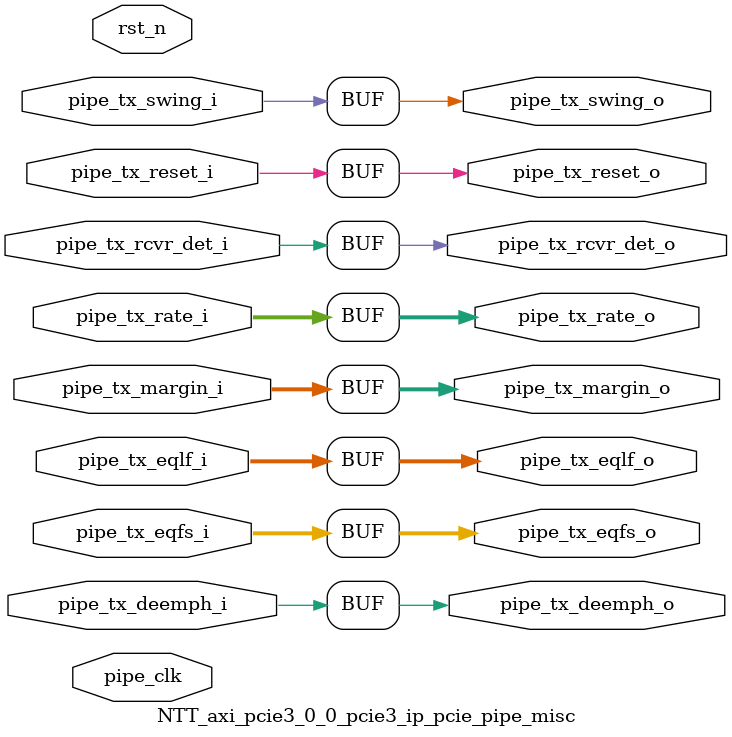
<source format=v>

`timescale 1ps/1ps

module NTT_axi_pcie3_0_0_pcie3_ip_pcie_pipe_misc #
(
  parameter        TCQ = 100,
  parameter        PIPE_PIPELINE_STAGES = 0    // 0 - 0 stages, 1 - 1 stage, 2 - 2 stages
) (

  input   wire        pipe_tx_rcvr_det_i      ,     // PIPE Tx Receiver Detect
  input   wire        pipe_tx_reset_i         ,     // PIPE Tx Reset
  input   wire [1:0]  pipe_tx_rate_i          ,     // PIPE Tx Rate
  input   wire        pipe_tx_deemph_i        ,     // PIPE Tx Deemphasis
  input   wire [2:0]  pipe_tx_margin_i        ,     // PIPE Tx Margin
  input   wire        pipe_tx_swing_i         ,     // PIPE Tx Swing
  input   wire [5:0]  pipe_tx_eqfs_i          ,     // PIPE Tx
  input   wire [5:0]  pipe_tx_eqlf_i          ,     // PIPE Tx
  output  wire        pipe_tx_rcvr_det_o      ,     // Pipelined PIPE Tx Receiver Detect
  output  wire        pipe_tx_reset_o         ,     // Pipelined PIPE Tx Reset
  output  wire [1:0]  pipe_tx_rate_o          ,     // Pipelined PIPE Tx Rate
  output  wire        pipe_tx_deemph_o        ,     // Pipelined PIPE Tx Deemphasis
  output  wire [2:0]  pipe_tx_margin_o        ,     // Pipelined PIPE Tx Margin
  output  wire        pipe_tx_swing_o         ,     // Pipelined PIPE Tx Swing
  output wire [5:0]  pipe_tx_eqfs_o           ,     // PIPE Tx
  output wire [5:0]  pipe_tx_eqlf_o           ,     // PIPE Tx

  input   wire        pipe_clk                ,     // PIPE Clock
  input   wire        rst_n                         // Reset
);

  //******************************************************************//
  // Reality check.                                                   //
  //******************************************************************//

  reg                pipe_tx_rcvr_det_q       ;
  reg                pipe_tx_reset_q          ;
  reg [1:0]          pipe_tx_rate_q           ;
  reg                pipe_tx_deemph_q         ;
  reg [2:0]          pipe_tx_margin_q         ;
  reg                pipe_tx_swing_q          ;
  reg                pipe_tx_eqfs_q          ;
  reg                pipe_tx_eqlf_q          ;

  reg                pipe_tx_rcvr_det_qq      ;
  reg                pipe_tx_reset_qq         ;
  reg [1:0]          pipe_tx_rate_qq          ;
  reg                pipe_tx_deemph_qq        ;
  reg [2:0]          pipe_tx_margin_qq        ;
  reg                pipe_tx_swing_qq         ;
  reg                pipe_tx_eqfs_qq          ;
  reg                pipe_tx_eqlf_qq          ;


  generate

  if (PIPE_PIPELINE_STAGES == 0) begin : pipe_stages_0

      assign pipe_tx_rcvr_det_o = pipe_tx_rcvr_det_i;
      assign pipe_tx_reset_o    = pipe_tx_reset_i;
      assign pipe_tx_rate_o     = pipe_tx_rate_i;
      assign pipe_tx_deemph_o   = pipe_tx_deemph_i;
      assign pipe_tx_margin_o   = pipe_tx_margin_i;
      assign pipe_tx_swing_o    = pipe_tx_swing_i;
      assign pipe_tx_eqfs_o     = pipe_tx_eqfs_i;
      assign pipe_tx_eqlf_o     = pipe_tx_eqlf_i;

  end // if (PIPE_PIPELINE_STAGES == 0)
  else if (PIPE_PIPELINE_STAGES == 1) begin : pipe_stages_1

    always @(posedge pipe_clk) begin

      if (!rst_n)
      begin

        pipe_tx_rcvr_det_q <= #TCQ 1'b0;
        pipe_tx_reset_q    <= #TCQ 1'b1;
        pipe_tx_rate_q     <= #TCQ 2'b0;
        pipe_tx_deemph_q   <= #TCQ 1'b1;
        pipe_tx_margin_q   <= #TCQ 3'b0;
        pipe_tx_swing_q    <= #TCQ 1'b0;
        pipe_tx_eqfs_q     <= #TCQ 5'b0;
        pipe_tx_eqlf_q     <= #TCQ 5'b0;

      end
      else
      begin

        pipe_tx_rcvr_det_q <= #TCQ pipe_tx_rcvr_det_i;
        pipe_tx_reset_q    <= #TCQ pipe_tx_reset_i;
        pipe_tx_rate_q     <= #TCQ pipe_tx_rate_i;
        pipe_tx_deemph_q   <= #TCQ pipe_tx_deemph_i;
        pipe_tx_margin_q   <= #TCQ pipe_tx_margin_i;
        pipe_tx_swing_q    <= #TCQ pipe_tx_swing_i;
        pipe_tx_eqfs_q     <= #TCQ pipe_tx_eqfs_i;
        pipe_tx_eqlf_q     <= #TCQ pipe_tx_eqlf_i;

      end

    end

    assign pipe_tx_rcvr_det_o = pipe_tx_rcvr_det_q;
    assign pipe_tx_reset_o    = pipe_tx_reset_q;
    assign pipe_tx_rate_o     = pipe_tx_rate_q;
    assign pipe_tx_deemph_o   = pipe_tx_deemph_q;
    assign pipe_tx_margin_o   = pipe_tx_margin_q;
    assign pipe_tx_swing_o    = pipe_tx_swing_q;
    assign pipe_tx_eqfs_o     = pipe_tx_eqfs_q;
    assign pipe_tx_eqlf_o     = pipe_tx_eqlf_q;

  end // if (PIPE_PIPELINE_STAGES == 1)
  else if (PIPE_PIPELINE_STAGES == 2) begin : pipe_stages_2

    always @(posedge pipe_clk) begin

      if (!rst_n)
      begin

        pipe_tx_rcvr_det_q  <= #TCQ 1'b0;
        pipe_tx_reset_q     <= #TCQ 1'b1;
        pipe_tx_rate_q      <= #TCQ 2'b0;
        pipe_tx_deemph_q    <= #TCQ 1'b1;
        pipe_tx_margin_q    <= #TCQ 1'b0;
        pipe_tx_swing_q     <= #TCQ 1'b0;
        pipe_tx_eqfs_q      <= #TCQ 5'b0;
        pipe_tx_eqlf_q      <= #TCQ 5'b0;

        pipe_tx_rcvr_det_qq <= #TCQ 1'b0;
        pipe_tx_reset_qq    <= #TCQ 1'b1;
        pipe_tx_rate_qq     <= #TCQ 2'b0;
        pipe_tx_deemph_qq   <= #TCQ 1'b1;
        pipe_tx_margin_qq   <= #TCQ 1'b0;
        pipe_tx_swing_qq    <= #TCQ 1'b0;
        pipe_tx_eqfs_qq     <= #TCQ 5'b0;
        pipe_tx_eqlf_qq     <= #TCQ 5'b0;

      end
      else
      begin

        pipe_tx_rcvr_det_q  <= #TCQ pipe_tx_rcvr_det_i;
        pipe_tx_reset_q     <= #TCQ pipe_tx_reset_i;
        pipe_tx_rate_q      <= #TCQ pipe_tx_rate_i;
        pipe_tx_deemph_q    <= #TCQ pipe_tx_deemph_i;
        pipe_tx_margin_q    <= #TCQ pipe_tx_margin_i;
        pipe_tx_swing_q     <= #TCQ pipe_tx_swing_i;
        pipe_tx_eqfs_q      <= #TCQ pipe_tx_eqfs_i;
        pipe_tx_eqlf_q      <= #TCQ pipe_tx_eqlf_i;

        pipe_tx_rcvr_det_qq <= #TCQ pipe_tx_rcvr_det_q;
        pipe_tx_reset_qq    <= #TCQ pipe_tx_reset_q;
        pipe_tx_rate_qq     <= #TCQ pipe_tx_rate_q;
        pipe_tx_deemph_qq   <= #TCQ pipe_tx_deemph_q;
        pipe_tx_margin_qq   <= #TCQ pipe_tx_margin_q;
        pipe_tx_swing_qq    <= #TCQ pipe_tx_swing_q;
        pipe_tx_eqfs_qq     <= #TCQ pipe_tx_eqfs_q;
        pipe_tx_eqlf_qq     <= #TCQ pipe_tx_eqlf_q;

      end

    end

    assign pipe_tx_rcvr_det_o = pipe_tx_rcvr_det_qq;
    assign pipe_tx_reset_o    = pipe_tx_reset_qq;
    assign pipe_tx_rate_o     = pipe_tx_rate_qq;
    assign pipe_tx_deemph_o   = pipe_tx_deemph_qq;
    assign pipe_tx_margin_o   = pipe_tx_margin_qq;
    assign pipe_tx_swing_o    = pipe_tx_swing_qq;
    assign pipe_tx_eqfs_o     = pipe_tx_eqfs_qq;
    assign pipe_tx_eqlf_o     = pipe_tx_eqlf_qq;

  end // if (PIPE_PIPELINE_STAGES == 2)

  // Default to zero pipeline stages if PIPE_PIPELINE_STAGES != 0,1,2
  else begin
    assign pipe_tx_rcvr_det_o = pipe_tx_rcvr_det_i;
    assign pipe_tx_reset_o    = pipe_tx_reset_i;
    assign pipe_tx_rate_o     = pipe_tx_rate_i;
    assign pipe_tx_deemph_o   = pipe_tx_deemph_i;
    assign pipe_tx_margin_o   = pipe_tx_margin_i;
    assign pipe_tx_swing_o    = pipe_tx_swing_i;
    assign pipe_tx_eqfs_o     = pipe_tx_eqfs_i;
    assign pipe_tx_eqlf_o     = pipe_tx_eqlf_i;
  end
  endgenerate

endmodule


</source>
